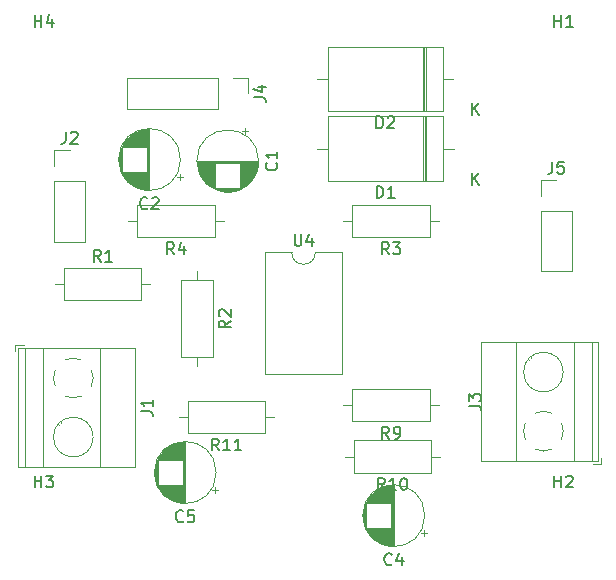
<source format=gbr>
%TF.GenerationSoftware,KiCad,Pcbnew,8.0.1*%
%TF.CreationDate,2024-08-21T14:38:24-03:00*%
%TF.ProjectId,monitoreo_solar,6d6f6e69-746f-4726-956f-5f736f6c6172,rev?*%
%TF.SameCoordinates,Original*%
%TF.FileFunction,Legend,Top*%
%TF.FilePolarity,Positive*%
%FSLAX46Y46*%
G04 Gerber Fmt 4.6, Leading zero omitted, Abs format (unit mm)*
G04 Created by KiCad (PCBNEW 8.0.1) date 2024-08-21 14:38:24*
%MOMM*%
%LPD*%
G01*
G04 APERTURE LIST*
%ADD10C,0.150000*%
%ADD11C,0.120000*%
G04 APERTURE END LIST*
D10*
X53161905Y-63349819D02*
X53161905Y-62349819D01*
X53161905Y-62349819D02*
X53400000Y-62349819D01*
X53400000Y-62349819D02*
X53542857Y-62397438D01*
X53542857Y-62397438D02*
X53638095Y-62492676D01*
X53638095Y-62492676D02*
X53685714Y-62587914D01*
X53685714Y-62587914D02*
X53733333Y-62778390D01*
X53733333Y-62778390D02*
X53733333Y-62921247D01*
X53733333Y-62921247D02*
X53685714Y-63111723D01*
X53685714Y-63111723D02*
X53638095Y-63206961D01*
X53638095Y-63206961D02*
X53542857Y-63302200D01*
X53542857Y-63302200D02*
X53400000Y-63349819D01*
X53400000Y-63349819D02*
X53161905Y-63349819D01*
X54114286Y-62445057D02*
X54161905Y-62397438D01*
X54161905Y-62397438D02*
X54257143Y-62349819D01*
X54257143Y-62349819D02*
X54495238Y-62349819D01*
X54495238Y-62349819D02*
X54590476Y-62397438D01*
X54590476Y-62397438D02*
X54638095Y-62445057D01*
X54638095Y-62445057D02*
X54685714Y-62540295D01*
X54685714Y-62540295D02*
X54685714Y-62635533D01*
X54685714Y-62635533D02*
X54638095Y-62778390D01*
X54638095Y-62778390D02*
X54066667Y-63349819D01*
X54066667Y-63349819D02*
X54685714Y-63349819D01*
X61258095Y-62229819D02*
X61258095Y-61229819D01*
X61829523Y-62229819D02*
X61400952Y-61658390D01*
X61829523Y-61229819D02*
X61258095Y-61801247D01*
X44684580Y-66286553D02*
X44732200Y-66334172D01*
X44732200Y-66334172D02*
X44779819Y-66477029D01*
X44779819Y-66477029D02*
X44779819Y-66572267D01*
X44779819Y-66572267D02*
X44732200Y-66715124D01*
X44732200Y-66715124D02*
X44636961Y-66810362D01*
X44636961Y-66810362D02*
X44541723Y-66857981D01*
X44541723Y-66857981D02*
X44351247Y-66905600D01*
X44351247Y-66905600D02*
X44208390Y-66905600D01*
X44208390Y-66905600D02*
X44017914Y-66857981D01*
X44017914Y-66857981D02*
X43922676Y-66810362D01*
X43922676Y-66810362D02*
X43827438Y-66715124D01*
X43827438Y-66715124D02*
X43779819Y-66572267D01*
X43779819Y-66572267D02*
X43779819Y-66477029D01*
X43779819Y-66477029D02*
X43827438Y-66334172D01*
X43827438Y-66334172D02*
X43875057Y-66286553D01*
X44779819Y-65334172D02*
X44779819Y-65905600D01*
X44779819Y-65619886D02*
X43779819Y-65619886D01*
X43779819Y-65619886D02*
X43922676Y-65715124D01*
X43922676Y-65715124D02*
X44017914Y-65810362D01*
X44017914Y-65810362D02*
X44065533Y-65905600D01*
X42784819Y-60733333D02*
X43499104Y-60733333D01*
X43499104Y-60733333D02*
X43641961Y-60780952D01*
X43641961Y-60780952D02*
X43737200Y-60876190D01*
X43737200Y-60876190D02*
X43784819Y-61019047D01*
X43784819Y-61019047D02*
X43784819Y-61114285D01*
X43118152Y-59828571D02*
X43784819Y-59828571D01*
X42737200Y-60066666D02*
X43451485Y-60304761D01*
X43451485Y-60304761D02*
X43451485Y-59685714D01*
X36033333Y-74024819D02*
X35700000Y-73548628D01*
X35461905Y-74024819D02*
X35461905Y-73024819D01*
X35461905Y-73024819D02*
X35842857Y-73024819D01*
X35842857Y-73024819D02*
X35938095Y-73072438D01*
X35938095Y-73072438D02*
X35985714Y-73120057D01*
X35985714Y-73120057D02*
X36033333Y-73215295D01*
X36033333Y-73215295D02*
X36033333Y-73358152D01*
X36033333Y-73358152D02*
X35985714Y-73453390D01*
X35985714Y-73453390D02*
X35938095Y-73501009D01*
X35938095Y-73501009D02*
X35842857Y-73548628D01*
X35842857Y-73548628D02*
X35461905Y-73548628D01*
X36890476Y-73358152D02*
X36890476Y-74024819D01*
X36652381Y-72977200D02*
X36414286Y-73691485D01*
X36414286Y-73691485D02*
X37033333Y-73691485D01*
X60979819Y-86833333D02*
X61694104Y-86833333D01*
X61694104Y-86833333D02*
X61836961Y-86880952D01*
X61836961Y-86880952D02*
X61932200Y-86976190D01*
X61932200Y-86976190D02*
X61979819Y-87119047D01*
X61979819Y-87119047D02*
X61979819Y-87214285D01*
X60979819Y-86452380D02*
X60979819Y-85833333D01*
X60979819Y-85833333D02*
X61360771Y-86166666D01*
X61360771Y-86166666D02*
X61360771Y-86023809D01*
X61360771Y-86023809D02*
X61408390Y-85928571D01*
X61408390Y-85928571D02*
X61456009Y-85880952D01*
X61456009Y-85880952D02*
X61551247Y-85833333D01*
X61551247Y-85833333D02*
X61789342Y-85833333D01*
X61789342Y-85833333D02*
X61884580Y-85880952D01*
X61884580Y-85880952D02*
X61932200Y-85928571D01*
X61932200Y-85928571D02*
X61979819Y-86023809D01*
X61979819Y-86023809D02*
X61979819Y-86309523D01*
X61979819Y-86309523D02*
X61932200Y-86404761D01*
X61932200Y-86404761D02*
X61884580Y-86452380D01*
X36808333Y-96609580D02*
X36760714Y-96657200D01*
X36760714Y-96657200D02*
X36617857Y-96704819D01*
X36617857Y-96704819D02*
X36522619Y-96704819D01*
X36522619Y-96704819D02*
X36379762Y-96657200D01*
X36379762Y-96657200D02*
X36284524Y-96561961D01*
X36284524Y-96561961D02*
X36236905Y-96466723D01*
X36236905Y-96466723D02*
X36189286Y-96276247D01*
X36189286Y-96276247D02*
X36189286Y-96133390D01*
X36189286Y-96133390D02*
X36236905Y-95942914D01*
X36236905Y-95942914D02*
X36284524Y-95847676D01*
X36284524Y-95847676D02*
X36379762Y-95752438D01*
X36379762Y-95752438D02*
X36522619Y-95704819D01*
X36522619Y-95704819D02*
X36617857Y-95704819D01*
X36617857Y-95704819D02*
X36760714Y-95752438D01*
X36760714Y-95752438D02*
X36808333Y-95800057D01*
X37713095Y-95704819D02*
X37236905Y-95704819D01*
X37236905Y-95704819D02*
X37189286Y-96181009D01*
X37189286Y-96181009D02*
X37236905Y-96133390D01*
X37236905Y-96133390D02*
X37332143Y-96085771D01*
X37332143Y-96085771D02*
X37570238Y-96085771D01*
X37570238Y-96085771D02*
X37665476Y-96133390D01*
X37665476Y-96133390D02*
X37713095Y-96181009D01*
X37713095Y-96181009D02*
X37760714Y-96276247D01*
X37760714Y-96276247D02*
X37760714Y-96514342D01*
X37760714Y-96514342D02*
X37713095Y-96609580D01*
X37713095Y-96609580D02*
X37665476Y-96657200D01*
X37665476Y-96657200D02*
X37570238Y-96704819D01*
X37570238Y-96704819D02*
X37332143Y-96704819D01*
X37332143Y-96704819D02*
X37236905Y-96657200D01*
X37236905Y-96657200D02*
X37189286Y-96609580D01*
X68066666Y-66184819D02*
X68066666Y-66899104D01*
X68066666Y-66899104D02*
X68019047Y-67041961D01*
X68019047Y-67041961D02*
X67923809Y-67137200D01*
X67923809Y-67137200D02*
X67780952Y-67184819D01*
X67780952Y-67184819D02*
X67685714Y-67184819D01*
X69019047Y-66184819D02*
X68542857Y-66184819D01*
X68542857Y-66184819D02*
X68495238Y-66661009D01*
X68495238Y-66661009D02*
X68542857Y-66613390D01*
X68542857Y-66613390D02*
X68638095Y-66565771D01*
X68638095Y-66565771D02*
X68876190Y-66565771D01*
X68876190Y-66565771D02*
X68971428Y-66613390D01*
X68971428Y-66613390D02*
X69019047Y-66661009D01*
X69019047Y-66661009D02*
X69066666Y-66756247D01*
X69066666Y-66756247D02*
X69066666Y-66994342D01*
X69066666Y-66994342D02*
X69019047Y-67089580D01*
X69019047Y-67089580D02*
X68971428Y-67137200D01*
X68971428Y-67137200D02*
X68876190Y-67184819D01*
X68876190Y-67184819D02*
X68638095Y-67184819D01*
X68638095Y-67184819D02*
X68542857Y-67137200D01*
X68542857Y-67137200D02*
X68495238Y-67089580D01*
X68238095Y-93754819D02*
X68238095Y-92754819D01*
X68238095Y-93231009D02*
X68809523Y-93231009D01*
X68809523Y-93754819D02*
X68809523Y-92754819D01*
X69238095Y-92850057D02*
X69285714Y-92802438D01*
X69285714Y-92802438D02*
X69380952Y-92754819D01*
X69380952Y-92754819D02*
X69619047Y-92754819D01*
X69619047Y-92754819D02*
X69714285Y-92802438D01*
X69714285Y-92802438D02*
X69761904Y-92850057D01*
X69761904Y-92850057D02*
X69809523Y-92945295D01*
X69809523Y-92945295D02*
X69809523Y-93040533D01*
X69809523Y-93040533D02*
X69761904Y-93183390D01*
X69761904Y-93183390D02*
X69190476Y-93754819D01*
X69190476Y-93754819D02*
X69809523Y-93754819D01*
X39837142Y-90624819D02*
X39503809Y-90148628D01*
X39265714Y-90624819D02*
X39265714Y-89624819D01*
X39265714Y-89624819D02*
X39646666Y-89624819D01*
X39646666Y-89624819D02*
X39741904Y-89672438D01*
X39741904Y-89672438D02*
X39789523Y-89720057D01*
X39789523Y-89720057D02*
X39837142Y-89815295D01*
X39837142Y-89815295D02*
X39837142Y-89958152D01*
X39837142Y-89958152D02*
X39789523Y-90053390D01*
X39789523Y-90053390D02*
X39741904Y-90101009D01*
X39741904Y-90101009D02*
X39646666Y-90148628D01*
X39646666Y-90148628D02*
X39265714Y-90148628D01*
X40789523Y-90624819D02*
X40218095Y-90624819D01*
X40503809Y-90624819D02*
X40503809Y-89624819D01*
X40503809Y-89624819D02*
X40408571Y-89767676D01*
X40408571Y-89767676D02*
X40313333Y-89862914D01*
X40313333Y-89862914D02*
X40218095Y-89910533D01*
X41741904Y-90624819D02*
X41170476Y-90624819D01*
X41456190Y-90624819D02*
X41456190Y-89624819D01*
X41456190Y-89624819D02*
X41360952Y-89767676D01*
X41360952Y-89767676D02*
X41265714Y-89862914D01*
X41265714Y-89862914D02*
X41170476Y-89910533D01*
X54463446Y-100259580D02*
X54415827Y-100307200D01*
X54415827Y-100307200D02*
X54272970Y-100354819D01*
X54272970Y-100354819D02*
X54177732Y-100354819D01*
X54177732Y-100354819D02*
X54034875Y-100307200D01*
X54034875Y-100307200D02*
X53939637Y-100211961D01*
X53939637Y-100211961D02*
X53892018Y-100116723D01*
X53892018Y-100116723D02*
X53844399Y-99926247D01*
X53844399Y-99926247D02*
X53844399Y-99783390D01*
X53844399Y-99783390D02*
X53892018Y-99592914D01*
X53892018Y-99592914D02*
X53939637Y-99497676D01*
X53939637Y-99497676D02*
X54034875Y-99402438D01*
X54034875Y-99402438D02*
X54177732Y-99354819D01*
X54177732Y-99354819D02*
X54272970Y-99354819D01*
X54272970Y-99354819D02*
X54415827Y-99402438D01*
X54415827Y-99402438D02*
X54463446Y-99450057D01*
X55320589Y-99688152D02*
X55320589Y-100354819D01*
X55082494Y-99307200D02*
X54844399Y-100021485D01*
X54844399Y-100021485D02*
X55463446Y-100021485D01*
X40824819Y-79646666D02*
X40348628Y-79979999D01*
X40824819Y-80218094D02*
X39824819Y-80218094D01*
X39824819Y-80218094D02*
X39824819Y-79837142D01*
X39824819Y-79837142D02*
X39872438Y-79741904D01*
X39872438Y-79741904D02*
X39920057Y-79694285D01*
X39920057Y-79694285D02*
X40015295Y-79646666D01*
X40015295Y-79646666D02*
X40158152Y-79646666D01*
X40158152Y-79646666D02*
X40253390Y-79694285D01*
X40253390Y-79694285D02*
X40301009Y-79741904D01*
X40301009Y-79741904D02*
X40348628Y-79837142D01*
X40348628Y-79837142D02*
X40348628Y-80218094D01*
X39920057Y-79265713D02*
X39872438Y-79218094D01*
X39872438Y-79218094D02*
X39824819Y-79122856D01*
X39824819Y-79122856D02*
X39824819Y-78884761D01*
X39824819Y-78884761D02*
X39872438Y-78789523D01*
X39872438Y-78789523D02*
X39920057Y-78741904D01*
X39920057Y-78741904D02*
X40015295Y-78694285D01*
X40015295Y-78694285D02*
X40110533Y-78694285D01*
X40110533Y-78694285D02*
X40253390Y-78741904D01*
X40253390Y-78741904D02*
X40824819Y-79313332D01*
X40824819Y-79313332D02*
X40824819Y-78694285D01*
X24238095Y-93754819D02*
X24238095Y-92754819D01*
X24238095Y-93231009D02*
X24809523Y-93231009D01*
X24809523Y-93754819D02*
X24809523Y-92754819D01*
X25190476Y-92754819D02*
X25809523Y-92754819D01*
X25809523Y-92754819D02*
X25476190Y-93135771D01*
X25476190Y-93135771D02*
X25619047Y-93135771D01*
X25619047Y-93135771D02*
X25714285Y-93183390D01*
X25714285Y-93183390D02*
X25761904Y-93231009D01*
X25761904Y-93231009D02*
X25809523Y-93326247D01*
X25809523Y-93326247D02*
X25809523Y-93564342D01*
X25809523Y-93564342D02*
X25761904Y-93659580D01*
X25761904Y-93659580D02*
X25714285Y-93707200D01*
X25714285Y-93707200D02*
X25619047Y-93754819D01*
X25619047Y-93754819D02*
X25333333Y-93754819D01*
X25333333Y-93754819D02*
X25238095Y-93707200D01*
X25238095Y-93707200D02*
X25190476Y-93659580D01*
X26866666Y-63659819D02*
X26866666Y-64374104D01*
X26866666Y-64374104D02*
X26819047Y-64516961D01*
X26819047Y-64516961D02*
X26723809Y-64612200D01*
X26723809Y-64612200D02*
X26580952Y-64659819D01*
X26580952Y-64659819D02*
X26485714Y-64659819D01*
X27295238Y-63755057D02*
X27342857Y-63707438D01*
X27342857Y-63707438D02*
X27438095Y-63659819D01*
X27438095Y-63659819D02*
X27676190Y-63659819D01*
X27676190Y-63659819D02*
X27771428Y-63707438D01*
X27771428Y-63707438D02*
X27819047Y-63755057D01*
X27819047Y-63755057D02*
X27866666Y-63850295D01*
X27866666Y-63850295D02*
X27866666Y-63945533D01*
X27866666Y-63945533D02*
X27819047Y-64088390D01*
X27819047Y-64088390D02*
X27247619Y-64659819D01*
X27247619Y-64659819D02*
X27866666Y-64659819D01*
X33214819Y-87333333D02*
X33929104Y-87333333D01*
X33929104Y-87333333D02*
X34071961Y-87380952D01*
X34071961Y-87380952D02*
X34167200Y-87476190D01*
X34167200Y-87476190D02*
X34214819Y-87619047D01*
X34214819Y-87619047D02*
X34214819Y-87714285D01*
X34214819Y-86333333D02*
X34214819Y-86904761D01*
X34214819Y-86619047D02*
X33214819Y-86619047D01*
X33214819Y-86619047D02*
X33357676Y-86714285D01*
X33357676Y-86714285D02*
X33452914Y-86809523D01*
X33452914Y-86809523D02*
X33500533Y-86904761D01*
X33783333Y-70109580D02*
X33735714Y-70157200D01*
X33735714Y-70157200D02*
X33592857Y-70204819D01*
X33592857Y-70204819D02*
X33497619Y-70204819D01*
X33497619Y-70204819D02*
X33354762Y-70157200D01*
X33354762Y-70157200D02*
X33259524Y-70061961D01*
X33259524Y-70061961D02*
X33211905Y-69966723D01*
X33211905Y-69966723D02*
X33164286Y-69776247D01*
X33164286Y-69776247D02*
X33164286Y-69633390D01*
X33164286Y-69633390D02*
X33211905Y-69442914D01*
X33211905Y-69442914D02*
X33259524Y-69347676D01*
X33259524Y-69347676D02*
X33354762Y-69252438D01*
X33354762Y-69252438D02*
X33497619Y-69204819D01*
X33497619Y-69204819D02*
X33592857Y-69204819D01*
X33592857Y-69204819D02*
X33735714Y-69252438D01*
X33735714Y-69252438D02*
X33783333Y-69300057D01*
X34164286Y-69300057D02*
X34211905Y-69252438D01*
X34211905Y-69252438D02*
X34307143Y-69204819D01*
X34307143Y-69204819D02*
X34545238Y-69204819D01*
X34545238Y-69204819D02*
X34640476Y-69252438D01*
X34640476Y-69252438D02*
X34688095Y-69300057D01*
X34688095Y-69300057D02*
X34735714Y-69395295D01*
X34735714Y-69395295D02*
X34735714Y-69490533D01*
X34735714Y-69490533D02*
X34688095Y-69633390D01*
X34688095Y-69633390D02*
X34116667Y-70204819D01*
X34116667Y-70204819D02*
X34735714Y-70204819D01*
X46233095Y-72324819D02*
X46233095Y-73134342D01*
X46233095Y-73134342D02*
X46280714Y-73229580D01*
X46280714Y-73229580D02*
X46328333Y-73277200D01*
X46328333Y-73277200D02*
X46423571Y-73324819D01*
X46423571Y-73324819D02*
X46614047Y-73324819D01*
X46614047Y-73324819D02*
X46709285Y-73277200D01*
X46709285Y-73277200D02*
X46756904Y-73229580D01*
X46756904Y-73229580D02*
X46804523Y-73134342D01*
X46804523Y-73134342D02*
X46804523Y-72324819D01*
X47709285Y-72658152D02*
X47709285Y-73324819D01*
X47471190Y-72277200D02*
X47233095Y-72991485D01*
X47233095Y-72991485D02*
X47852142Y-72991485D01*
X54233333Y-89624819D02*
X53900000Y-89148628D01*
X53661905Y-89624819D02*
X53661905Y-88624819D01*
X53661905Y-88624819D02*
X54042857Y-88624819D01*
X54042857Y-88624819D02*
X54138095Y-88672438D01*
X54138095Y-88672438D02*
X54185714Y-88720057D01*
X54185714Y-88720057D02*
X54233333Y-88815295D01*
X54233333Y-88815295D02*
X54233333Y-88958152D01*
X54233333Y-88958152D02*
X54185714Y-89053390D01*
X54185714Y-89053390D02*
X54138095Y-89101009D01*
X54138095Y-89101009D02*
X54042857Y-89148628D01*
X54042857Y-89148628D02*
X53661905Y-89148628D01*
X54709524Y-89624819D02*
X54900000Y-89624819D01*
X54900000Y-89624819D02*
X54995238Y-89577200D01*
X54995238Y-89577200D02*
X55042857Y-89529580D01*
X55042857Y-89529580D02*
X55138095Y-89386723D01*
X55138095Y-89386723D02*
X55185714Y-89196247D01*
X55185714Y-89196247D02*
X55185714Y-88815295D01*
X55185714Y-88815295D02*
X55138095Y-88720057D01*
X55138095Y-88720057D02*
X55090476Y-88672438D01*
X55090476Y-88672438D02*
X54995238Y-88624819D01*
X54995238Y-88624819D02*
X54804762Y-88624819D01*
X54804762Y-88624819D02*
X54709524Y-88672438D01*
X54709524Y-88672438D02*
X54661905Y-88720057D01*
X54661905Y-88720057D02*
X54614286Y-88815295D01*
X54614286Y-88815295D02*
X54614286Y-89053390D01*
X54614286Y-89053390D02*
X54661905Y-89148628D01*
X54661905Y-89148628D02*
X54709524Y-89196247D01*
X54709524Y-89196247D02*
X54804762Y-89243866D01*
X54804762Y-89243866D02*
X54995238Y-89243866D01*
X54995238Y-89243866D02*
X55090476Y-89196247D01*
X55090476Y-89196247D02*
X55138095Y-89148628D01*
X55138095Y-89148628D02*
X55185714Y-89053390D01*
X24238095Y-54754819D02*
X24238095Y-53754819D01*
X24238095Y-54231009D02*
X24809523Y-54231009D01*
X24809523Y-54754819D02*
X24809523Y-53754819D01*
X25714285Y-54088152D02*
X25714285Y-54754819D01*
X25476190Y-53707200D02*
X25238095Y-54421485D01*
X25238095Y-54421485D02*
X25857142Y-54421485D01*
X53186905Y-69249819D02*
X53186905Y-68249819D01*
X53186905Y-68249819D02*
X53425000Y-68249819D01*
X53425000Y-68249819D02*
X53567857Y-68297438D01*
X53567857Y-68297438D02*
X53663095Y-68392676D01*
X53663095Y-68392676D02*
X53710714Y-68487914D01*
X53710714Y-68487914D02*
X53758333Y-68678390D01*
X53758333Y-68678390D02*
X53758333Y-68821247D01*
X53758333Y-68821247D02*
X53710714Y-69011723D01*
X53710714Y-69011723D02*
X53663095Y-69106961D01*
X53663095Y-69106961D02*
X53567857Y-69202200D01*
X53567857Y-69202200D02*
X53425000Y-69249819D01*
X53425000Y-69249819D02*
X53186905Y-69249819D01*
X54710714Y-69249819D02*
X54139286Y-69249819D01*
X54425000Y-69249819D02*
X54425000Y-68249819D01*
X54425000Y-68249819D02*
X54329762Y-68392676D01*
X54329762Y-68392676D02*
X54234524Y-68487914D01*
X54234524Y-68487914D02*
X54139286Y-68535533D01*
X61283095Y-68129819D02*
X61283095Y-67129819D01*
X61854523Y-68129819D02*
X61425952Y-67558390D01*
X61854523Y-67129819D02*
X61283095Y-67701247D01*
X29828333Y-74634819D02*
X29495000Y-74158628D01*
X29256905Y-74634819D02*
X29256905Y-73634819D01*
X29256905Y-73634819D02*
X29637857Y-73634819D01*
X29637857Y-73634819D02*
X29733095Y-73682438D01*
X29733095Y-73682438D02*
X29780714Y-73730057D01*
X29780714Y-73730057D02*
X29828333Y-73825295D01*
X29828333Y-73825295D02*
X29828333Y-73968152D01*
X29828333Y-73968152D02*
X29780714Y-74063390D01*
X29780714Y-74063390D02*
X29733095Y-74111009D01*
X29733095Y-74111009D02*
X29637857Y-74158628D01*
X29637857Y-74158628D02*
X29256905Y-74158628D01*
X30780714Y-74634819D02*
X30209286Y-74634819D01*
X30495000Y-74634819D02*
X30495000Y-73634819D01*
X30495000Y-73634819D02*
X30399762Y-73777676D01*
X30399762Y-73777676D02*
X30304524Y-73872914D01*
X30304524Y-73872914D02*
X30209286Y-73920533D01*
X54233333Y-74024819D02*
X53900000Y-73548628D01*
X53661905Y-74024819D02*
X53661905Y-73024819D01*
X53661905Y-73024819D02*
X54042857Y-73024819D01*
X54042857Y-73024819D02*
X54138095Y-73072438D01*
X54138095Y-73072438D02*
X54185714Y-73120057D01*
X54185714Y-73120057D02*
X54233333Y-73215295D01*
X54233333Y-73215295D02*
X54233333Y-73358152D01*
X54233333Y-73358152D02*
X54185714Y-73453390D01*
X54185714Y-73453390D02*
X54138095Y-73501009D01*
X54138095Y-73501009D02*
X54042857Y-73548628D01*
X54042857Y-73548628D02*
X53661905Y-73548628D01*
X54566667Y-73024819D02*
X55185714Y-73024819D01*
X55185714Y-73024819D02*
X54852381Y-73405771D01*
X54852381Y-73405771D02*
X54995238Y-73405771D01*
X54995238Y-73405771D02*
X55090476Y-73453390D01*
X55090476Y-73453390D02*
X55138095Y-73501009D01*
X55138095Y-73501009D02*
X55185714Y-73596247D01*
X55185714Y-73596247D02*
X55185714Y-73834342D01*
X55185714Y-73834342D02*
X55138095Y-73929580D01*
X55138095Y-73929580D02*
X55090476Y-73977200D01*
X55090476Y-73977200D02*
X54995238Y-74024819D01*
X54995238Y-74024819D02*
X54709524Y-74024819D01*
X54709524Y-74024819D02*
X54614286Y-73977200D01*
X54614286Y-73977200D02*
X54566667Y-73929580D01*
X68238095Y-54754819D02*
X68238095Y-53754819D01*
X68238095Y-54231009D02*
X68809523Y-54231009D01*
X68809523Y-54754819D02*
X68809523Y-53754819D01*
X69809523Y-54754819D02*
X69238095Y-54754819D01*
X69523809Y-54754819D02*
X69523809Y-53754819D01*
X69523809Y-53754819D02*
X69428571Y-53897676D01*
X69428571Y-53897676D02*
X69333333Y-53992914D01*
X69333333Y-53992914D02*
X69238095Y-54040533D01*
X53862142Y-93974819D02*
X53528809Y-93498628D01*
X53290714Y-93974819D02*
X53290714Y-92974819D01*
X53290714Y-92974819D02*
X53671666Y-92974819D01*
X53671666Y-92974819D02*
X53766904Y-93022438D01*
X53766904Y-93022438D02*
X53814523Y-93070057D01*
X53814523Y-93070057D02*
X53862142Y-93165295D01*
X53862142Y-93165295D02*
X53862142Y-93308152D01*
X53862142Y-93308152D02*
X53814523Y-93403390D01*
X53814523Y-93403390D02*
X53766904Y-93451009D01*
X53766904Y-93451009D02*
X53671666Y-93498628D01*
X53671666Y-93498628D02*
X53290714Y-93498628D01*
X54814523Y-93974819D02*
X54243095Y-93974819D01*
X54528809Y-93974819D02*
X54528809Y-92974819D01*
X54528809Y-92974819D02*
X54433571Y-93117676D01*
X54433571Y-93117676D02*
X54338333Y-93212914D01*
X54338333Y-93212914D02*
X54243095Y-93260533D01*
X55433571Y-92974819D02*
X55528809Y-92974819D01*
X55528809Y-92974819D02*
X55624047Y-93022438D01*
X55624047Y-93022438D02*
X55671666Y-93070057D01*
X55671666Y-93070057D02*
X55719285Y-93165295D01*
X55719285Y-93165295D02*
X55766904Y-93355771D01*
X55766904Y-93355771D02*
X55766904Y-93593866D01*
X55766904Y-93593866D02*
X55719285Y-93784342D01*
X55719285Y-93784342D02*
X55671666Y-93879580D01*
X55671666Y-93879580D02*
X55624047Y-93927200D01*
X55624047Y-93927200D02*
X55528809Y-93974819D01*
X55528809Y-93974819D02*
X55433571Y-93974819D01*
X55433571Y-93974819D02*
X55338333Y-93927200D01*
X55338333Y-93927200D02*
X55290714Y-93879580D01*
X55290714Y-93879580D02*
X55243095Y-93784342D01*
X55243095Y-93784342D02*
X55195476Y-93593866D01*
X55195476Y-93593866D02*
X55195476Y-93355771D01*
X55195476Y-93355771D02*
X55243095Y-93165295D01*
X55243095Y-93165295D02*
X55290714Y-93070057D01*
X55290714Y-93070057D02*
X55338333Y-93022438D01*
X55338333Y-93022438D02*
X55433571Y-92974819D01*
D11*
%TO.C,D2*%
X48120000Y-59175000D02*
X49030000Y-59175000D01*
X49030000Y-56455000D02*
X49030000Y-61895000D01*
X49030000Y-61895000D02*
X58770000Y-61895000D01*
X57105000Y-61895000D02*
X57105000Y-56455000D01*
X57225000Y-61895000D02*
X57225000Y-56455000D01*
X57345000Y-61895000D02*
X57345000Y-56455000D01*
X58770000Y-56455000D02*
X49030000Y-56455000D01*
X58770000Y-61895000D02*
X58770000Y-56455000D01*
X59680000Y-59175000D02*
X58770000Y-59175000D01*
%TO.C,C1*%
X39535000Y-66359887D02*
X38006000Y-66359887D01*
X39535000Y-66399887D02*
X38010000Y-66399887D01*
X39535000Y-66439887D02*
X38014000Y-66439887D01*
X39535000Y-66479887D02*
X38019000Y-66479887D01*
X39535000Y-66519887D02*
X38025000Y-66519887D01*
X39535000Y-66559887D02*
X38032000Y-66559887D01*
X39535000Y-66599887D02*
X38039000Y-66599887D01*
X39535000Y-66639887D02*
X38047000Y-66639887D01*
X39535000Y-66679887D02*
X38055000Y-66679887D01*
X39535000Y-66719887D02*
X38064000Y-66719887D01*
X39535000Y-66759887D02*
X38074000Y-66759887D01*
X39535000Y-66799887D02*
X38084000Y-66799887D01*
X39535000Y-66840887D02*
X38095000Y-66840887D01*
X39535000Y-66880887D02*
X38107000Y-66880887D01*
X39535000Y-66920887D02*
X38120000Y-66920887D01*
X39535000Y-66960887D02*
X38133000Y-66960887D01*
X39535000Y-67000887D02*
X38147000Y-67000887D01*
X39535000Y-67040887D02*
X38161000Y-67040887D01*
X39535000Y-67080887D02*
X38177000Y-67080887D01*
X39535000Y-67120887D02*
X38193000Y-67120887D01*
X39535000Y-67160887D02*
X38210000Y-67160887D01*
X39535000Y-67200887D02*
X38227000Y-67200887D01*
X39535000Y-67240887D02*
X38246000Y-67240887D01*
X39535000Y-67280887D02*
X38265000Y-67280887D01*
X39535000Y-67320887D02*
X38285000Y-67320887D01*
X39535000Y-67360887D02*
X38307000Y-67360887D01*
X39535000Y-67400887D02*
X38328000Y-67400887D01*
X39535000Y-67440887D02*
X38351000Y-67440887D01*
X39535000Y-67480887D02*
X38375000Y-67480887D01*
X39535000Y-67520887D02*
X38400000Y-67520887D01*
X39535000Y-67560887D02*
X38426000Y-67560887D01*
X39535000Y-67600887D02*
X38453000Y-67600887D01*
X39535000Y-67640887D02*
X38480000Y-67640887D01*
X39535000Y-67680887D02*
X38510000Y-67680887D01*
X39535000Y-67720887D02*
X38540000Y-67720887D01*
X39535000Y-67760887D02*
X38571000Y-67760887D01*
X39535000Y-67800887D02*
X38604000Y-67800887D01*
X39535000Y-67840887D02*
X38638000Y-67840887D01*
X39535000Y-67880887D02*
X38674000Y-67880887D01*
X39535000Y-67920887D02*
X38711000Y-67920887D01*
X39535000Y-67960887D02*
X38749000Y-67960887D01*
X39535000Y-68000887D02*
X38790000Y-68000887D01*
X39535000Y-68040887D02*
X38832000Y-68040887D01*
X39535000Y-68080887D02*
X38876000Y-68080887D01*
X39535000Y-68120887D02*
X38922000Y-68120887D01*
X39535000Y-68160887D02*
X38970000Y-68160887D01*
X39535000Y-68200887D02*
X39021000Y-68200887D01*
X39535000Y-68240887D02*
X39075000Y-68240887D01*
X39535000Y-68280887D02*
X39132000Y-68280887D01*
X39535000Y-68320887D02*
X39192000Y-68320887D01*
X39535000Y-68360887D02*
X39256000Y-68360887D01*
X39535000Y-68400887D02*
X39324000Y-68400887D01*
X40859000Y-68720887D02*
X40291000Y-68720887D01*
X41093000Y-68680887D02*
X40057000Y-68680887D01*
X41252000Y-68640887D02*
X39898000Y-68640887D01*
X41380000Y-68600887D02*
X39770000Y-68600887D01*
X41490000Y-68560887D02*
X39660000Y-68560887D01*
X41586000Y-68520887D02*
X39564000Y-68520887D01*
X41673000Y-68480887D02*
X39477000Y-68480887D01*
X41753000Y-68440887D02*
X39397000Y-68440887D01*
X41826000Y-68400887D02*
X41615000Y-68400887D01*
X41894000Y-68360887D02*
X41615000Y-68360887D01*
X41958000Y-68320887D02*
X41615000Y-68320887D01*
X42018000Y-68280887D02*
X41615000Y-68280887D01*
X42050000Y-63315112D02*
X42050000Y-63815112D01*
X42075000Y-68240887D02*
X41615000Y-68240887D01*
X42129000Y-68200887D02*
X41615000Y-68200887D01*
X42180000Y-68160887D02*
X41615000Y-68160887D01*
X42228000Y-68120887D02*
X41615000Y-68120887D01*
X42274000Y-68080887D02*
X41615000Y-68080887D01*
X42300000Y-63565112D02*
X41800000Y-63565112D01*
X42318000Y-68040887D02*
X41615000Y-68040887D01*
X42360000Y-68000887D02*
X41615000Y-68000887D01*
X42401000Y-67960887D02*
X41615000Y-67960887D01*
X42439000Y-67920887D02*
X41615000Y-67920887D01*
X42476000Y-67880887D02*
X41615000Y-67880887D01*
X42512000Y-67840887D02*
X41615000Y-67840887D01*
X42546000Y-67800887D02*
X41615000Y-67800887D01*
X42579000Y-67760887D02*
X41615000Y-67760887D01*
X42610000Y-67720887D02*
X41615000Y-67720887D01*
X42640000Y-67680887D02*
X41615000Y-67680887D01*
X42670000Y-67640887D02*
X41615000Y-67640887D01*
X42697000Y-67600887D02*
X41615000Y-67600887D01*
X42724000Y-67560887D02*
X41615000Y-67560887D01*
X42750000Y-67520887D02*
X41615000Y-67520887D01*
X42775000Y-67480887D02*
X41615000Y-67480887D01*
X42799000Y-67440887D02*
X41615000Y-67440887D01*
X42822000Y-67400887D02*
X41615000Y-67400887D01*
X42843000Y-67360887D02*
X41615000Y-67360887D01*
X42865000Y-67320887D02*
X41615000Y-67320887D01*
X42885000Y-67280887D02*
X41615000Y-67280887D01*
X42904000Y-67240887D02*
X41615000Y-67240887D01*
X42923000Y-67200887D02*
X41615000Y-67200887D01*
X42940000Y-67160887D02*
X41615000Y-67160887D01*
X42957000Y-67120887D02*
X41615000Y-67120887D01*
X42973000Y-67080887D02*
X41615000Y-67080887D01*
X42989000Y-67040887D02*
X41615000Y-67040887D01*
X43003000Y-67000887D02*
X41615000Y-67000887D01*
X43017000Y-66960887D02*
X41615000Y-66960887D01*
X43030000Y-66920887D02*
X41615000Y-66920887D01*
X43043000Y-66880887D02*
X41615000Y-66880887D01*
X43055000Y-66840887D02*
X41615000Y-66840887D01*
X43066000Y-66799887D02*
X41615000Y-66799887D01*
X43076000Y-66759887D02*
X41615000Y-66759887D01*
X43086000Y-66719887D02*
X41615000Y-66719887D01*
X43095000Y-66679887D02*
X41615000Y-66679887D01*
X43103000Y-66639887D02*
X41615000Y-66639887D01*
X43111000Y-66599887D02*
X41615000Y-66599887D01*
X43118000Y-66559887D02*
X41615000Y-66559887D01*
X43125000Y-66519887D02*
X41615000Y-66519887D01*
X43131000Y-66479887D02*
X41615000Y-66479887D01*
X43136000Y-66439887D02*
X41615000Y-66439887D01*
X43140000Y-66399887D02*
X41615000Y-66399887D01*
X43144000Y-66359887D02*
X41615000Y-66359887D01*
X43148000Y-66319887D02*
X38002000Y-66319887D01*
X43151000Y-66279887D02*
X37999000Y-66279887D01*
X43153000Y-66239887D02*
X37997000Y-66239887D01*
X43154000Y-66199887D02*
X37996000Y-66199887D01*
X43155000Y-66119887D02*
X37995000Y-66119887D01*
X43155000Y-66159887D02*
X37995000Y-66159887D01*
X43195000Y-66119887D02*
G75*
G02*
X37955000Y-66119887I-2620000J0D01*
G01*
X37955000Y-66119887D02*
G75*
G02*
X43195000Y-66119887I2620000J0D01*
G01*
%TO.C,J4*%
X32050000Y-59070000D02*
X32050000Y-61730000D01*
X39730000Y-59070000D02*
X32050000Y-59070000D01*
X39730000Y-59070000D02*
X39730000Y-61730000D01*
X39730000Y-61730000D02*
X32050000Y-61730000D01*
X41000000Y-59070000D02*
X42330000Y-59070000D01*
X42330000Y-59070000D02*
X42330000Y-60400000D01*
%TO.C,R4*%
X32160000Y-71200000D02*
X32930000Y-71200000D01*
X32930000Y-69830000D02*
X32930000Y-72570000D01*
X32930000Y-72570000D02*
X39470000Y-72570000D01*
X39470000Y-69830000D02*
X32930000Y-69830000D01*
X39470000Y-72570000D02*
X39470000Y-69830000D01*
X40240000Y-71200000D02*
X39470000Y-71200000D01*
%TO.C,J3*%
X62044000Y-81440000D02*
X71965000Y-81440000D01*
X62044000Y-91560000D02*
X62044000Y-81440000D01*
X62044000Y-91560000D02*
X71965000Y-91560000D01*
X65004000Y-91560000D02*
X65004000Y-81440000D01*
X66030000Y-82930000D02*
X66066000Y-82965000D01*
X66236000Y-82725000D02*
X66282000Y-82772000D01*
X68328000Y-85227000D02*
X68374000Y-85274000D01*
X68544000Y-85034000D02*
X68579000Y-85069000D01*
X69905000Y-91560000D02*
X69905000Y-81440000D01*
X71405000Y-91560000D02*
X71405000Y-81440000D01*
X71465000Y-91800000D02*
X72205000Y-91800000D01*
X71965000Y-91560000D02*
X71965000Y-81440000D01*
X72205000Y-91800000D02*
X72205000Y-91300000D01*
X65769574Y-89683042D02*
G75*
G02*
X65770001Y-88316001I1535419J683041D01*
G01*
X66621958Y-87464574D02*
G75*
G02*
X67989000Y-87465000I683042J-1535426D01*
G01*
X67988042Y-90535426D02*
G75*
G02*
X66621001Y-90534999I-683041J1535419D01*
G01*
X68839755Y-88316682D02*
G75*
G02*
X68984999Y-89000000I-1534755J-683318D01*
G01*
X68985252Y-88971195D02*
G75*
G02*
X68839999Y-89684000I-1680253J-28806D01*
G01*
X68985000Y-84000000D02*
G75*
G02*
X65625000Y-84000000I-1680000J0D01*
G01*
X65625000Y-84000000D02*
G75*
G02*
X68985000Y-84000000I1680000J0D01*
G01*
%TO.C,C5*%
X34374000Y-92784000D02*
X34374000Y-92216000D01*
X34414000Y-93018000D02*
X34414000Y-91982000D01*
X34454000Y-93177000D02*
X34454000Y-91823000D01*
X34494000Y-93305000D02*
X34494000Y-91695000D01*
X34534000Y-93415000D02*
X34534000Y-91585000D01*
X34574000Y-93511000D02*
X34574000Y-91489000D01*
X34614000Y-93598000D02*
X34614000Y-91402000D01*
X34654000Y-93678000D02*
X34654000Y-91322000D01*
X34694000Y-91460000D02*
X34694000Y-91249000D01*
X34694000Y-93751000D02*
X34694000Y-93540000D01*
X34734000Y-91460000D02*
X34734000Y-91181000D01*
X34734000Y-93819000D02*
X34734000Y-93540000D01*
X34774000Y-91460000D02*
X34774000Y-91117000D01*
X34774000Y-93883000D02*
X34774000Y-93540000D01*
X34814000Y-91460000D02*
X34814000Y-91057000D01*
X34814000Y-93943000D02*
X34814000Y-93540000D01*
X34854000Y-91460000D02*
X34854000Y-91000000D01*
X34854000Y-94000000D02*
X34854000Y-93540000D01*
X34894000Y-91460000D02*
X34894000Y-90946000D01*
X34894000Y-94054000D02*
X34894000Y-93540000D01*
X34934000Y-91460000D02*
X34934000Y-90895000D01*
X34934000Y-94105000D02*
X34934000Y-93540000D01*
X34974000Y-91460000D02*
X34974000Y-90847000D01*
X34974000Y-94153000D02*
X34974000Y-93540000D01*
X35014000Y-91460000D02*
X35014000Y-90801000D01*
X35014000Y-94199000D02*
X35014000Y-93540000D01*
X35054000Y-91460000D02*
X35054000Y-90757000D01*
X35054000Y-94243000D02*
X35054000Y-93540000D01*
X35094000Y-91460000D02*
X35094000Y-90715000D01*
X35094000Y-94285000D02*
X35094000Y-93540000D01*
X35134000Y-91460000D02*
X35134000Y-90674000D01*
X35134000Y-94326000D02*
X35134000Y-93540000D01*
X35174000Y-91460000D02*
X35174000Y-90636000D01*
X35174000Y-94364000D02*
X35174000Y-93540000D01*
X35214000Y-91460000D02*
X35214000Y-90599000D01*
X35214000Y-94401000D02*
X35214000Y-93540000D01*
X35254000Y-91460000D02*
X35254000Y-90563000D01*
X35254000Y-94437000D02*
X35254000Y-93540000D01*
X35294000Y-91460000D02*
X35294000Y-90529000D01*
X35294000Y-94471000D02*
X35294000Y-93540000D01*
X35334000Y-91460000D02*
X35334000Y-90496000D01*
X35334000Y-94504000D02*
X35334000Y-93540000D01*
X35374000Y-91460000D02*
X35374000Y-90465000D01*
X35374000Y-94535000D02*
X35374000Y-93540000D01*
X35414000Y-91460000D02*
X35414000Y-90435000D01*
X35414000Y-94565000D02*
X35414000Y-93540000D01*
X35454000Y-91460000D02*
X35454000Y-90405000D01*
X35454000Y-94595000D02*
X35454000Y-93540000D01*
X35494000Y-91460000D02*
X35494000Y-90378000D01*
X35494000Y-94622000D02*
X35494000Y-93540000D01*
X35534000Y-91460000D02*
X35534000Y-90351000D01*
X35534000Y-94649000D02*
X35534000Y-93540000D01*
X35574000Y-91460000D02*
X35574000Y-90325000D01*
X35574000Y-94675000D02*
X35574000Y-93540000D01*
X35614000Y-91460000D02*
X35614000Y-90300000D01*
X35614000Y-94700000D02*
X35614000Y-93540000D01*
X35654000Y-91460000D02*
X35654000Y-90276000D01*
X35654000Y-94724000D02*
X35654000Y-93540000D01*
X35694000Y-91460000D02*
X35694000Y-90253000D01*
X35694000Y-94747000D02*
X35694000Y-93540000D01*
X35734000Y-91460000D02*
X35734000Y-90232000D01*
X35734000Y-94768000D02*
X35734000Y-93540000D01*
X35774000Y-91460000D02*
X35774000Y-90210000D01*
X35774000Y-94790000D02*
X35774000Y-93540000D01*
X35814000Y-91460000D02*
X35814000Y-90190000D01*
X35814000Y-94810000D02*
X35814000Y-93540000D01*
X35854000Y-91460000D02*
X35854000Y-90171000D01*
X35854000Y-94829000D02*
X35854000Y-93540000D01*
X35894000Y-91460000D02*
X35894000Y-90152000D01*
X35894000Y-94848000D02*
X35894000Y-93540000D01*
X35934000Y-91460000D02*
X35934000Y-90135000D01*
X35934000Y-94865000D02*
X35934000Y-93540000D01*
X35974000Y-91460000D02*
X35974000Y-90118000D01*
X35974000Y-94882000D02*
X35974000Y-93540000D01*
X36014000Y-91460000D02*
X36014000Y-90102000D01*
X36014000Y-94898000D02*
X36014000Y-93540000D01*
X36054000Y-91460000D02*
X36054000Y-90086000D01*
X36054000Y-94914000D02*
X36054000Y-93540000D01*
X36094000Y-91460000D02*
X36094000Y-90072000D01*
X36094000Y-94928000D02*
X36094000Y-93540000D01*
X36134000Y-91460000D02*
X36134000Y-90058000D01*
X36134000Y-94942000D02*
X36134000Y-93540000D01*
X36174000Y-91460000D02*
X36174000Y-90045000D01*
X36174000Y-94955000D02*
X36174000Y-93540000D01*
X36214000Y-91460000D02*
X36214000Y-90032000D01*
X36214000Y-94968000D02*
X36214000Y-93540000D01*
X36254000Y-91460000D02*
X36254000Y-90020000D01*
X36254000Y-94980000D02*
X36254000Y-93540000D01*
X36295000Y-91460000D02*
X36295000Y-90009000D01*
X36295000Y-94991000D02*
X36295000Y-93540000D01*
X36335000Y-91460000D02*
X36335000Y-89999000D01*
X36335000Y-95001000D02*
X36335000Y-93540000D01*
X36375000Y-91460000D02*
X36375000Y-89989000D01*
X36375000Y-95011000D02*
X36375000Y-93540000D01*
X36415000Y-91460000D02*
X36415000Y-89980000D01*
X36415000Y-95020000D02*
X36415000Y-93540000D01*
X36455000Y-91460000D02*
X36455000Y-89972000D01*
X36455000Y-95028000D02*
X36455000Y-93540000D01*
X36495000Y-91460000D02*
X36495000Y-89964000D01*
X36495000Y-95036000D02*
X36495000Y-93540000D01*
X36535000Y-91460000D02*
X36535000Y-89957000D01*
X36535000Y-95043000D02*
X36535000Y-93540000D01*
X36575000Y-91460000D02*
X36575000Y-89950000D01*
X36575000Y-95050000D02*
X36575000Y-93540000D01*
X36615000Y-91460000D02*
X36615000Y-89944000D01*
X36615000Y-95056000D02*
X36615000Y-93540000D01*
X36655000Y-91460000D02*
X36655000Y-89939000D01*
X36655000Y-95061000D02*
X36655000Y-93540000D01*
X36695000Y-91460000D02*
X36695000Y-89935000D01*
X36695000Y-95065000D02*
X36695000Y-93540000D01*
X36735000Y-91460000D02*
X36735000Y-89931000D01*
X36735000Y-95069000D02*
X36735000Y-93540000D01*
X36775000Y-95073000D02*
X36775000Y-89927000D01*
X36815000Y-95076000D02*
X36815000Y-89924000D01*
X36855000Y-95078000D02*
X36855000Y-89922000D01*
X36895000Y-95079000D02*
X36895000Y-89921000D01*
X36935000Y-95080000D02*
X36935000Y-89920000D01*
X36975000Y-95080000D02*
X36975000Y-89920000D01*
X39529775Y-94225000D02*
X39529775Y-93725000D01*
X39779775Y-93975000D02*
X39279775Y-93975000D01*
X39595000Y-92500000D02*
G75*
G02*
X34355000Y-92500000I-2620000J0D01*
G01*
X34355000Y-92500000D02*
G75*
G02*
X39595000Y-92500000I2620000J0D01*
G01*
%TO.C,J5*%
X67070000Y-67730000D02*
X68400000Y-67730000D01*
X67070000Y-69060000D02*
X67070000Y-67730000D01*
X67070000Y-70330000D02*
X67070000Y-75470000D01*
X67070000Y-70330000D02*
X69730000Y-70330000D01*
X67070000Y-75470000D02*
X69730000Y-75470000D01*
X69730000Y-70330000D02*
X69730000Y-75470000D01*
%TO.C,R11*%
X36440000Y-87800000D02*
X37210000Y-87800000D01*
X37210000Y-86430000D02*
X37210000Y-89170000D01*
X37210000Y-89170000D02*
X43750000Y-89170000D01*
X43750000Y-86430000D02*
X37210000Y-86430000D01*
X43750000Y-89170000D02*
X43750000Y-86430000D01*
X44520000Y-87800000D02*
X43750000Y-87800000D01*
%TO.C,C4*%
X52029113Y-96434000D02*
X52029113Y-95866000D01*
X52069113Y-96668000D02*
X52069113Y-95632000D01*
X52109113Y-96827000D02*
X52109113Y-95473000D01*
X52149113Y-96955000D02*
X52149113Y-95345000D01*
X52189113Y-97065000D02*
X52189113Y-95235000D01*
X52229113Y-97161000D02*
X52229113Y-95139000D01*
X52269113Y-97248000D02*
X52269113Y-95052000D01*
X52309113Y-97328000D02*
X52309113Y-94972000D01*
X52349113Y-95110000D02*
X52349113Y-94899000D01*
X52349113Y-97401000D02*
X52349113Y-97190000D01*
X52389113Y-95110000D02*
X52389113Y-94831000D01*
X52389113Y-97469000D02*
X52389113Y-97190000D01*
X52429113Y-95110000D02*
X52429113Y-94767000D01*
X52429113Y-97533000D02*
X52429113Y-97190000D01*
X52469113Y-95110000D02*
X52469113Y-94707000D01*
X52469113Y-97593000D02*
X52469113Y-97190000D01*
X52509113Y-95110000D02*
X52509113Y-94650000D01*
X52509113Y-97650000D02*
X52509113Y-97190000D01*
X52549113Y-95110000D02*
X52549113Y-94596000D01*
X52549113Y-97704000D02*
X52549113Y-97190000D01*
X52589113Y-95110000D02*
X52589113Y-94545000D01*
X52589113Y-97755000D02*
X52589113Y-97190000D01*
X52629113Y-95110000D02*
X52629113Y-94497000D01*
X52629113Y-97803000D02*
X52629113Y-97190000D01*
X52669113Y-95110000D02*
X52669113Y-94451000D01*
X52669113Y-97849000D02*
X52669113Y-97190000D01*
X52709113Y-95110000D02*
X52709113Y-94407000D01*
X52709113Y-97893000D02*
X52709113Y-97190000D01*
X52749113Y-95110000D02*
X52749113Y-94365000D01*
X52749113Y-97935000D02*
X52749113Y-97190000D01*
X52789113Y-95110000D02*
X52789113Y-94324000D01*
X52789113Y-97976000D02*
X52789113Y-97190000D01*
X52829113Y-95110000D02*
X52829113Y-94286000D01*
X52829113Y-98014000D02*
X52829113Y-97190000D01*
X52869113Y-95110000D02*
X52869113Y-94249000D01*
X52869113Y-98051000D02*
X52869113Y-97190000D01*
X52909113Y-95110000D02*
X52909113Y-94213000D01*
X52909113Y-98087000D02*
X52909113Y-97190000D01*
X52949113Y-95110000D02*
X52949113Y-94179000D01*
X52949113Y-98121000D02*
X52949113Y-97190000D01*
X52989113Y-95110000D02*
X52989113Y-94146000D01*
X52989113Y-98154000D02*
X52989113Y-97190000D01*
X53029113Y-95110000D02*
X53029113Y-94115000D01*
X53029113Y-98185000D02*
X53029113Y-97190000D01*
X53069113Y-95110000D02*
X53069113Y-94085000D01*
X53069113Y-98215000D02*
X53069113Y-97190000D01*
X53109113Y-95110000D02*
X53109113Y-94055000D01*
X53109113Y-98245000D02*
X53109113Y-97190000D01*
X53149113Y-95110000D02*
X53149113Y-94028000D01*
X53149113Y-98272000D02*
X53149113Y-97190000D01*
X53189113Y-95110000D02*
X53189113Y-94001000D01*
X53189113Y-98299000D02*
X53189113Y-97190000D01*
X53229113Y-95110000D02*
X53229113Y-93975000D01*
X53229113Y-98325000D02*
X53229113Y-97190000D01*
X53269113Y-95110000D02*
X53269113Y-93950000D01*
X53269113Y-98350000D02*
X53269113Y-97190000D01*
X53309113Y-95110000D02*
X53309113Y-93926000D01*
X53309113Y-98374000D02*
X53309113Y-97190000D01*
X53349113Y-95110000D02*
X53349113Y-93903000D01*
X53349113Y-98397000D02*
X53349113Y-97190000D01*
X53389113Y-95110000D02*
X53389113Y-93882000D01*
X53389113Y-98418000D02*
X53389113Y-97190000D01*
X53429113Y-95110000D02*
X53429113Y-93860000D01*
X53429113Y-98440000D02*
X53429113Y-97190000D01*
X53469113Y-95110000D02*
X53469113Y-93840000D01*
X53469113Y-98460000D02*
X53469113Y-97190000D01*
X53509113Y-95110000D02*
X53509113Y-93821000D01*
X53509113Y-98479000D02*
X53509113Y-97190000D01*
X53549113Y-95110000D02*
X53549113Y-93802000D01*
X53549113Y-98498000D02*
X53549113Y-97190000D01*
X53589113Y-95110000D02*
X53589113Y-93785000D01*
X53589113Y-98515000D02*
X53589113Y-97190000D01*
X53629113Y-95110000D02*
X53629113Y-93768000D01*
X53629113Y-98532000D02*
X53629113Y-97190000D01*
X53669113Y-95110000D02*
X53669113Y-93752000D01*
X53669113Y-98548000D02*
X53669113Y-97190000D01*
X53709113Y-95110000D02*
X53709113Y-93736000D01*
X53709113Y-98564000D02*
X53709113Y-97190000D01*
X53749113Y-95110000D02*
X53749113Y-93722000D01*
X53749113Y-98578000D02*
X53749113Y-97190000D01*
X53789113Y-95110000D02*
X53789113Y-93708000D01*
X53789113Y-98592000D02*
X53789113Y-97190000D01*
X53829113Y-95110000D02*
X53829113Y-93695000D01*
X53829113Y-98605000D02*
X53829113Y-97190000D01*
X53869113Y-95110000D02*
X53869113Y-93682000D01*
X53869113Y-98618000D02*
X53869113Y-97190000D01*
X53909113Y-95110000D02*
X53909113Y-93670000D01*
X53909113Y-98630000D02*
X53909113Y-97190000D01*
X53950113Y-95110000D02*
X53950113Y-93659000D01*
X53950113Y-98641000D02*
X53950113Y-97190000D01*
X53990113Y-95110000D02*
X53990113Y-93649000D01*
X53990113Y-98651000D02*
X53990113Y-97190000D01*
X54030113Y-95110000D02*
X54030113Y-93639000D01*
X54030113Y-98661000D02*
X54030113Y-97190000D01*
X54070113Y-95110000D02*
X54070113Y-93630000D01*
X54070113Y-98670000D02*
X54070113Y-97190000D01*
X54110113Y-95110000D02*
X54110113Y-93622000D01*
X54110113Y-98678000D02*
X54110113Y-97190000D01*
X54150113Y-95110000D02*
X54150113Y-93614000D01*
X54150113Y-98686000D02*
X54150113Y-97190000D01*
X54190113Y-95110000D02*
X54190113Y-93607000D01*
X54190113Y-98693000D02*
X54190113Y-97190000D01*
X54230113Y-95110000D02*
X54230113Y-93600000D01*
X54230113Y-98700000D02*
X54230113Y-97190000D01*
X54270113Y-95110000D02*
X54270113Y-93594000D01*
X54270113Y-98706000D02*
X54270113Y-97190000D01*
X54310113Y-95110000D02*
X54310113Y-93589000D01*
X54310113Y-98711000D02*
X54310113Y-97190000D01*
X54350113Y-95110000D02*
X54350113Y-93585000D01*
X54350113Y-98715000D02*
X54350113Y-97190000D01*
X54390113Y-95110000D02*
X54390113Y-93581000D01*
X54390113Y-98719000D02*
X54390113Y-97190000D01*
X54430113Y-98723000D02*
X54430113Y-93577000D01*
X54470113Y-98726000D02*
X54470113Y-93574000D01*
X54510113Y-98728000D02*
X54510113Y-93572000D01*
X54550113Y-98729000D02*
X54550113Y-93571000D01*
X54590113Y-98730000D02*
X54590113Y-93570000D01*
X54630113Y-98730000D02*
X54630113Y-93570000D01*
X57184888Y-97875000D02*
X57184888Y-97375000D01*
X57434888Y-97625000D02*
X56934888Y-97625000D01*
X57250113Y-96150000D02*
G75*
G02*
X52010113Y-96150000I-2620000J0D01*
G01*
X52010113Y-96150000D02*
G75*
G02*
X57250113Y-96150000I2620000J0D01*
G01*
%TO.C,R2*%
X36630000Y-76210000D02*
X36630000Y-82750000D01*
X36630000Y-82750000D02*
X39370000Y-82750000D01*
X38000000Y-75440000D02*
X38000000Y-76210000D01*
X38000000Y-83520000D02*
X38000000Y-82750000D01*
X39370000Y-76210000D02*
X36630000Y-76210000D01*
X39370000Y-82750000D02*
X39370000Y-76210000D01*
%TO.C,J2*%
X25870000Y-65205000D02*
X27200000Y-65205000D01*
X25870000Y-66535000D02*
X25870000Y-65205000D01*
X25870000Y-67805000D02*
X25870000Y-72945000D01*
X25870000Y-67805000D02*
X28530000Y-67805000D01*
X25870000Y-72945000D02*
X28530000Y-72945000D01*
X28530000Y-67805000D02*
X28530000Y-72945000D01*
%TO.C,J1*%
X22600000Y-81700000D02*
X22600000Y-82200000D01*
X22840000Y-81940000D02*
X22840000Y-92060000D01*
X23340000Y-81700000D02*
X22600000Y-81700000D01*
X23400000Y-81940000D02*
X23400000Y-92060000D01*
X24900000Y-81940000D02*
X24900000Y-92060000D01*
X26261000Y-88466000D02*
X26226000Y-88431000D01*
X26477000Y-88273000D02*
X26431000Y-88226000D01*
X28569000Y-90775000D02*
X28523000Y-90728000D01*
X28775000Y-90570000D02*
X28739000Y-90535000D01*
X29801000Y-81940000D02*
X29801000Y-92060000D01*
X32761000Y-81940000D02*
X22840000Y-81940000D01*
X32761000Y-81940000D02*
X32761000Y-92060000D01*
X32761000Y-92060000D02*
X22840000Y-92060000D01*
X25819748Y-84528805D02*
G75*
G02*
X25965001Y-83816000I1680253J28806D01*
G01*
X25965245Y-85183318D02*
G75*
G02*
X25820001Y-84500000I1534755J683318D01*
G01*
X26816958Y-82964574D02*
G75*
G02*
X28183999Y-82965001I683041J-1535419D01*
G01*
X28183042Y-86035426D02*
G75*
G02*
X26816000Y-86035000I-683042J1535426D01*
G01*
X29035426Y-83816958D02*
G75*
G02*
X29034999Y-85183999I-1535419J-683041D01*
G01*
X29180000Y-89500000D02*
G75*
G02*
X25820000Y-89500000I-1680000J0D01*
G01*
X25820000Y-89500000D02*
G75*
G02*
X29180000Y-89500000I1680000J0D01*
G01*
%TO.C,C2*%
X31349000Y-66284000D02*
X31349000Y-65716000D01*
X31389000Y-66518000D02*
X31389000Y-65482000D01*
X31429000Y-66677000D02*
X31429000Y-65323000D01*
X31469000Y-66805000D02*
X31469000Y-65195000D01*
X31509000Y-66915000D02*
X31509000Y-65085000D01*
X31549000Y-67011000D02*
X31549000Y-64989000D01*
X31589000Y-67098000D02*
X31589000Y-64902000D01*
X31629000Y-67178000D02*
X31629000Y-64822000D01*
X31669000Y-64960000D02*
X31669000Y-64749000D01*
X31669000Y-67251000D02*
X31669000Y-67040000D01*
X31709000Y-64960000D02*
X31709000Y-64681000D01*
X31709000Y-67319000D02*
X31709000Y-67040000D01*
X31749000Y-64960000D02*
X31749000Y-64617000D01*
X31749000Y-67383000D02*
X31749000Y-67040000D01*
X31789000Y-64960000D02*
X31789000Y-64557000D01*
X31789000Y-67443000D02*
X31789000Y-67040000D01*
X31829000Y-64960000D02*
X31829000Y-64500000D01*
X31829000Y-67500000D02*
X31829000Y-67040000D01*
X31869000Y-64960000D02*
X31869000Y-64446000D01*
X31869000Y-67554000D02*
X31869000Y-67040000D01*
X31909000Y-64960000D02*
X31909000Y-64395000D01*
X31909000Y-67605000D02*
X31909000Y-67040000D01*
X31949000Y-64960000D02*
X31949000Y-64347000D01*
X31949000Y-67653000D02*
X31949000Y-67040000D01*
X31989000Y-64960000D02*
X31989000Y-64301000D01*
X31989000Y-67699000D02*
X31989000Y-67040000D01*
X32029000Y-64960000D02*
X32029000Y-64257000D01*
X32029000Y-67743000D02*
X32029000Y-67040000D01*
X32069000Y-64960000D02*
X32069000Y-64215000D01*
X32069000Y-67785000D02*
X32069000Y-67040000D01*
X32109000Y-64960000D02*
X32109000Y-64174000D01*
X32109000Y-67826000D02*
X32109000Y-67040000D01*
X32149000Y-64960000D02*
X32149000Y-64136000D01*
X32149000Y-67864000D02*
X32149000Y-67040000D01*
X32189000Y-64960000D02*
X32189000Y-64099000D01*
X32189000Y-67901000D02*
X32189000Y-67040000D01*
X32229000Y-64960000D02*
X32229000Y-64063000D01*
X32229000Y-67937000D02*
X32229000Y-67040000D01*
X32269000Y-64960000D02*
X32269000Y-64029000D01*
X32269000Y-67971000D02*
X32269000Y-67040000D01*
X32309000Y-64960000D02*
X32309000Y-63996000D01*
X32309000Y-68004000D02*
X32309000Y-67040000D01*
X32349000Y-64960000D02*
X32349000Y-63965000D01*
X32349000Y-68035000D02*
X32349000Y-67040000D01*
X32389000Y-64960000D02*
X32389000Y-63935000D01*
X32389000Y-68065000D02*
X32389000Y-67040000D01*
X32429000Y-64960000D02*
X32429000Y-63905000D01*
X32429000Y-68095000D02*
X32429000Y-67040000D01*
X32469000Y-64960000D02*
X32469000Y-63878000D01*
X32469000Y-68122000D02*
X32469000Y-67040000D01*
X32509000Y-64960000D02*
X32509000Y-63851000D01*
X32509000Y-68149000D02*
X32509000Y-67040000D01*
X32549000Y-64960000D02*
X32549000Y-63825000D01*
X32549000Y-68175000D02*
X32549000Y-67040000D01*
X32589000Y-64960000D02*
X32589000Y-63800000D01*
X32589000Y-68200000D02*
X32589000Y-67040000D01*
X32629000Y-64960000D02*
X32629000Y-63776000D01*
X32629000Y-68224000D02*
X32629000Y-67040000D01*
X32669000Y-64960000D02*
X32669000Y-63753000D01*
X32669000Y-68247000D02*
X32669000Y-67040000D01*
X32709000Y-64960000D02*
X32709000Y-63732000D01*
X32709000Y-68268000D02*
X32709000Y-67040000D01*
X32749000Y-64960000D02*
X32749000Y-63710000D01*
X32749000Y-68290000D02*
X32749000Y-67040000D01*
X32789000Y-64960000D02*
X32789000Y-63690000D01*
X32789000Y-68310000D02*
X32789000Y-67040000D01*
X32829000Y-64960000D02*
X32829000Y-63671000D01*
X32829000Y-68329000D02*
X32829000Y-67040000D01*
X32869000Y-64960000D02*
X32869000Y-63652000D01*
X32869000Y-68348000D02*
X32869000Y-67040000D01*
X32909000Y-64960000D02*
X32909000Y-63635000D01*
X32909000Y-68365000D02*
X32909000Y-67040000D01*
X32949000Y-64960000D02*
X32949000Y-63618000D01*
X32949000Y-68382000D02*
X32949000Y-67040000D01*
X32989000Y-64960000D02*
X32989000Y-63602000D01*
X32989000Y-68398000D02*
X32989000Y-67040000D01*
X33029000Y-64960000D02*
X33029000Y-63586000D01*
X33029000Y-68414000D02*
X33029000Y-67040000D01*
X33069000Y-64960000D02*
X33069000Y-63572000D01*
X33069000Y-68428000D02*
X33069000Y-67040000D01*
X33109000Y-64960000D02*
X33109000Y-63558000D01*
X33109000Y-68442000D02*
X33109000Y-67040000D01*
X33149000Y-64960000D02*
X33149000Y-63545000D01*
X33149000Y-68455000D02*
X33149000Y-67040000D01*
X33189000Y-64960000D02*
X33189000Y-63532000D01*
X33189000Y-68468000D02*
X33189000Y-67040000D01*
X33229000Y-64960000D02*
X33229000Y-63520000D01*
X33229000Y-68480000D02*
X33229000Y-67040000D01*
X33270000Y-64960000D02*
X33270000Y-63509000D01*
X33270000Y-68491000D02*
X33270000Y-67040000D01*
X33310000Y-64960000D02*
X33310000Y-63499000D01*
X33310000Y-68501000D02*
X33310000Y-67040000D01*
X33350000Y-64960000D02*
X33350000Y-63489000D01*
X33350000Y-68511000D02*
X33350000Y-67040000D01*
X33390000Y-64960000D02*
X33390000Y-63480000D01*
X33390000Y-68520000D02*
X33390000Y-67040000D01*
X33430000Y-64960000D02*
X33430000Y-63472000D01*
X33430000Y-68528000D02*
X33430000Y-67040000D01*
X33470000Y-64960000D02*
X33470000Y-63464000D01*
X33470000Y-68536000D02*
X33470000Y-67040000D01*
X33510000Y-64960000D02*
X33510000Y-63457000D01*
X33510000Y-68543000D02*
X33510000Y-67040000D01*
X33550000Y-64960000D02*
X33550000Y-63450000D01*
X33550000Y-68550000D02*
X33550000Y-67040000D01*
X33590000Y-64960000D02*
X33590000Y-63444000D01*
X33590000Y-68556000D02*
X33590000Y-67040000D01*
X33630000Y-64960000D02*
X33630000Y-63439000D01*
X33630000Y-68561000D02*
X33630000Y-67040000D01*
X33670000Y-64960000D02*
X33670000Y-63435000D01*
X33670000Y-68565000D02*
X33670000Y-67040000D01*
X33710000Y-64960000D02*
X33710000Y-63431000D01*
X33710000Y-68569000D02*
X33710000Y-67040000D01*
X33750000Y-68573000D02*
X33750000Y-63427000D01*
X33790000Y-68576000D02*
X33790000Y-63424000D01*
X33830000Y-68578000D02*
X33830000Y-63422000D01*
X33870000Y-68579000D02*
X33870000Y-63421000D01*
X33910000Y-68580000D02*
X33910000Y-63420000D01*
X33950000Y-68580000D02*
X33950000Y-63420000D01*
X36504775Y-67725000D02*
X36504775Y-67225000D01*
X36754775Y-67475000D02*
X36254775Y-67475000D01*
X36570000Y-66000000D02*
G75*
G02*
X31330000Y-66000000I-2620000J0D01*
G01*
X31330000Y-66000000D02*
G75*
G02*
X36570000Y-66000000I2620000J0D01*
G01*
%TO.C,U4*%
X43760000Y-73870000D02*
X43760000Y-84150000D01*
X43760000Y-84150000D02*
X50230000Y-84150000D01*
X45995000Y-73870000D02*
X43760000Y-73870000D01*
X50230000Y-73870000D02*
X47995000Y-73870000D01*
X50230000Y-84150000D02*
X50230000Y-73870000D01*
X47995000Y-73870000D02*
G75*
G02*
X45995000Y-73870000I-1000000J0D01*
G01*
%TO.C,R9*%
X50360000Y-86800000D02*
X51130000Y-86800000D01*
X51130000Y-85430000D02*
X51130000Y-88170000D01*
X51130000Y-88170000D02*
X57670000Y-88170000D01*
X57670000Y-85430000D02*
X51130000Y-85430000D01*
X57670000Y-88170000D02*
X57670000Y-85430000D01*
X58440000Y-86800000D02*
X57670000Y-86800000D01*
%TO.C,D1*%
X48145000Y-65075000D02*
X49055000Y-65075000D01*
X49055000Y-62355000D02*
X49055000Y-67795000D01*
X49055000Y-67795000D02*
X58795000Y-67795000D01*
X57130000Y-67795000D02*
X57130000Y-62355000D01*
X57250000Y-67795000D02*
X57250000Y-62355000D01*
X57370000Y-67795000D02*
X57370000Y-62355000D01*
X58795000Y-62355000D02*
X49055000Y-62355000D01*
X58795000Y-67795000D02*
X58795000Y-62355000D01*
X59705000Y-65075000D02*
X58795000Y-65075000D01*
%TO.C,R1*%
X25955000Y-76550000D02*
X26725000Y-76550000D01*
X26725000Y-75180000D02*
X26725000Y-77920000D01*
X26725000Y-77920000D02*
X33265000Y-77920000D01*
X33265000Y-75180000D02*
X26725000Y-75180000D01*
X33265000Y-77920000D02*
X33265000Y-75180000D01*
X34035000Y-76550000D02*
X33265000Y-76550000D01*
%TO.C,R3*%
X50360000Y-71200000D02*
X51130000Y-71200000D01*
X51130000Y-69830000D02*
X51130000Y-72570000D01*
X51130000Y-72570000D02*
X57670000Y-72570000D01*
X57670000Y-69830000D02*
X51130000Y-69830000D01*
X57670000Y-72570000D02*
X57670000Y-69830000D01*
X58440000Y-71200000D02*
X57670000Y-71200000D01*
%TO.C,R10*%
X50465000Y-91150000D02*
X51235000Y-91150000D01*
X51235000Y-89780000D02*
X51235000Y-92520000D01*
X51235000Y-92520000D02*
X57775000Y-92520000D01*
X57775000Y-89780000D02*
X51235000Y-89780000D01*
X57775000Y-92520000D02*
X57775000Y-89780000D01*
X58545000Y-91150000D02*
X57775000Y-91150000D01*
%TD*%
M02*

</source>
